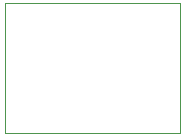
<source format=gbr>
%TF.GenerationSoftware,KiCad,Pcbnew,(7.0.0)*%
%TF.CreationDate,2023-03-24T12:11:32+01:00*%
%TF.ProjectId,PCH-1000JIG_0805,5043482d-3130-4303-904a-49475f303830,rev?*%
%TF.SameCoordinates,Original*%
%TF.FileFunction,Profile,NP*%
%FSLAX46Y46*%
G04 Gerber Fmt 4.6, Leading zero omitted, Abs format (unit mm)*
G04 Created by KiCad (PCBNEW (7.0.0)) date 2023-03-24 12:11:32*
%MOMM*%
%LPD*%
G01*
G04 APERTURE LIST*
%TA.AperFunction,Profile*%
%ADD10C,0.100000*%
%TD*%
G04 APERTURE END LIST*
D10*
X39400000Y-33500000D02*
X54200000Y-33500000D01*
X54200000Y-33500000D02*
X54200000Y-44500000D01*
X54200000Y-44500000D02*
X39400000Y-44500000D01*
X39400000Y-44500000D02*
X39400000Y-33500000D01*
M02*

</source>
